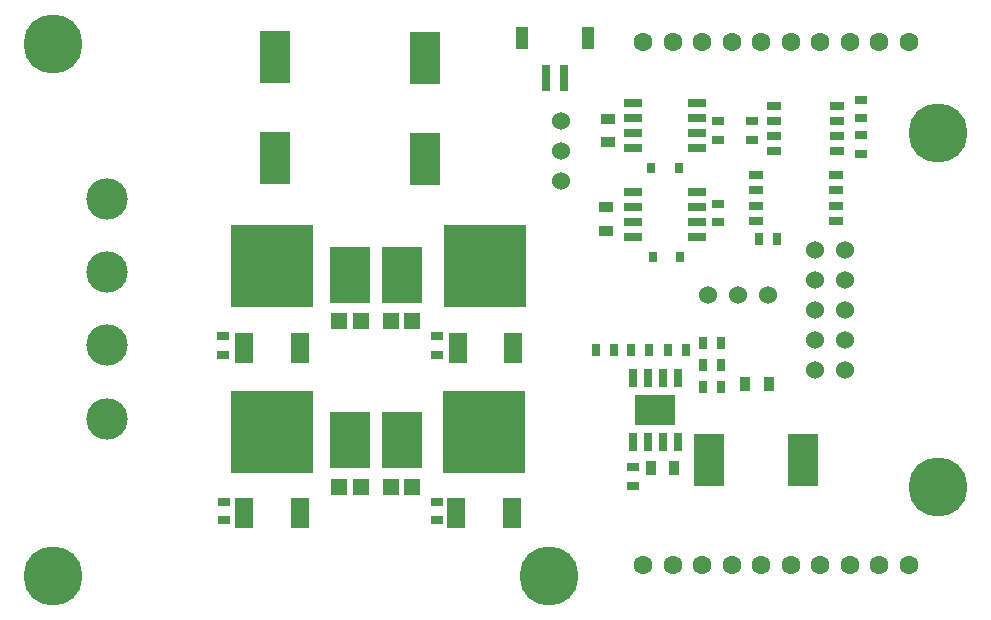
<source format=gts>
%FSLAX34Y34*%
%MOMM*%
G04 EasyPC Gerber Version 18.0.6 Build 3620 *
%ADD20R,0.65000X1.00000*%
%ADD96R,0.76000X1.60000*%
%ADD88R,0.80000X0.90000*%
%ADD90R,0.80000X2.20000*%
%ADD98R,0.90000X1.30000*%
%ADD91R,1.10000X1.90000*%
%ADD94R,1.39000X1.40000*%
%ADD84R,1.50000X2.50000*%
%ADD92R,2.50000X4.50000*%
%ADD95R,2.60000X4.50000*%
%ADD93R,3.36000X4.86000*%
%ADD85R,7.00000X7.00000*%
%ADD14C,1.52400*%
%ADD89C,1.60000*%
%ADD83C,3.50000*%
%ADD13C,5.00000*%
%ADD25R,1.00000X0.65000*%
%ADD86R,1.30000X0.76000*%
%ADD26R,1.60000X0.76000*%
%ADD87R,1.20000X0.80000*%
%ADD21R,1.30000X0.90000*%
%ADD97R,3.51000X2.62000*%
X0Y0D02*
D02*
D13*
X61875Y61890D02*
D03*
Y511890D02*
D03*
X481875Y61890D02*
D03*
X810875Y136890D02*
D03*
Y436890D02*
D03*
D02*
D14*
X491875Y395890D02*
D03*
Y421290D02*
D03*
Y446690D02*
D03*
X616075Y299890D02*
D03*
X641475D02*
D03*
X666875D02*
D03*
X706975Y236290D02*
D03*
Y261690D02*
D03*
Y287090D02*
D03*
Y312490D02*
D03*
Y337890D02*
D03*
X732375Y236290D02*
D03*
Y261690D02*
D03*
Y287090D02*
D03*
Y312490D02*
D03*
Y337890D02*
D03*
D02*
D20*
X521125Y252890D02*
D03*
X536625D02*
D03*
X551125D02*
D03*
X566625D02*
D03*
X582125D02*
D03*
X597625D02*
D03*
X612125Y221890D02*
D03*
Y239890D02*
D03*
Y258890D02*
D03*
X627625Y221890D02*
D03*
Y239890D02*
D03*
Y258890D02*
D03*
X659125Y346890D02*
D03*
X674625D02*
D03*
D02*
D21*
X529875Y353890D02*
D03*
Y373890D02*
D03*
X531875Y428890D02*
D03*
Y448890D02*
D03*
D02*
D25*
X205875Y249140D02*
D03*
Y264640D02*
D03*
X206875Y109140D02*
D03*
Y124640D02*
D03*
X386875Y109140D02*
D03*
Y124640D02*
D03*
Y249140D02*
D03*
Y264640D02*
D03*
X552875Y138140D02*
D03*
Y153640D02*
D03*
X624875Y361140D02*
D03*
Y376640D02*
D03*
Y431140D02*
D03*
Y446640D02*
D03*
X653875Y431140D02*
D03*
Y446640D02*
D03*
X745875Y419140D02*
D03*
Y434640D02*
D03*
Y449140D02*
D03*
Y464640D02*
D03*
D02*
D26*
X552891Y348840D02*
D03*
Y361540D02*
D03*
Y374240D02*
D03*
Y386940D02*
D03*
Y423840D02*
D03*
Y436540D02*
D03*
Y449240D02*
D03*
Y461940D02*
D03*
X606849Y348840D02*
D03*
Y361540D02*
D03*
Y374240D02*
D03*
Y386940D02*
D03*
Y423840D02*
D03*
Y436540D02*
D03*
Y449240D02*
D03*
Y461940D02*
D03*
D02*
D83*
X107875Y194890D02*
D03*
Y256890D02*
D03*
Y318890D02*
D03*
Y380890D02*
D03*
D02*
D84*
X223257Y114928D02*
D03*
Y254928D02*
D03*
X270529Y114770D02*
D03*
Y254770D02*
D03*
X403257Y114928D02*
D03*
X404257Y254928D02*
D03*
X450529Y114770D02*
D03*
X451529Y254770D02*
D03*
D02*
D85*
X246875Y183880D02*
D03*
Y323880D02*
D03*
X426875Y183880D02*
D03*
X427875Y323880D02*
D03*
D02*
D86*
X672475Y421890D02*
D03*
Y434590D02*
D03*
Y447290D02*
D03*
Y459990D02*
D03*
X725875Y421890D02*
D03*
Y434590D02*
D03*
Y447290D02*
D03*
Y459990D02*
D03*
D02*
D87*
X656975Y362540D02*
D03*
Y375240D02*
D03*
Y388540D02*
D03*
Y401240D02*
D03*
X724775Y362540D02*
D03*
Y375240D02*
D03*
Y388540D02*
D03*
Y401240D02*
D03*
D02*
D88*
X568375Y406890D02*
D03*
X569375Y331890D02*
D03*
X591375Y406890D02*
D03*
X592375Y331890D02*
D03*
D02*
D89*
X561375Y70890D02*
D03*
Y513390D02*
D03*
X586375Y70890D02*
D03*
Y513390D02*
D03*
X611375Y70890D02*
D03*
Y513390D02*
D03*
X636375Y70890D02*
D03*
Y513390D02*
D03*
X661375Y70890D02*
D03*
Y513390D02*
D03*
X686375Y70890D02*
D03*
Y513390D02*
D03*
X711375Y70890D02*
D03*
Y513390D02*
D03*
X736375Y70890D02*
D03*
Y513390D02*
D03*
X761375Y70890D02*
D03*
Y513390D02*
D03*
X786375Y70890D02*
D03*
Y513390D02*
D03*
D02*
D90*
X479375Y482890D02*
D03*
X494375D02*
D03*
D02*
D91*
X458875Y517390D02*
D03*
X514875D02*
D03*
D02*
D92*
X249875Y415890D02*
D03*
Y500890D02*
D03*
X376875Y414890D02*
D03*
Y499890D02*
D03*
D02*
D93*
X312875Y176890D02*
D03*
Y316890D02*
D03*
X356875Y176890D02*
D03*
Y316890D02*
D03*
D02*
D94*
X303625Y137140D02*
D03*
Y277140D02*
D03*
X322125Y137140D02*
D03*
Y277140D02*
D03*
X347625Y137140D02*
D03*
Y277140D02*
D03*
X366125Y137140D02*
D03*
Y277140D02*
D03*
D02*
D95*
X616875Y159890D02*
D03*
X696875D02*
D03*
D02*
D96*
X552825Y174916D02*
D03*
Y228874D02*
D03*
X565525Y174916D02*
D03*
Y228874D02*
D03*
X578225Y174916D02*
D03*
Y228874D02*
D03*
X590925Y174916D02*
D03*
Y228874D02*
D03*
D02*
D97*
X571875Y201890D02*
D03*
D02*
D98*
X567875Y152890D02*
D03*
X587875D02*
D03*
X647875Y223890D02*
D03*
X667875D02*
D03*
X0Y0D02*
M02*

</source>
